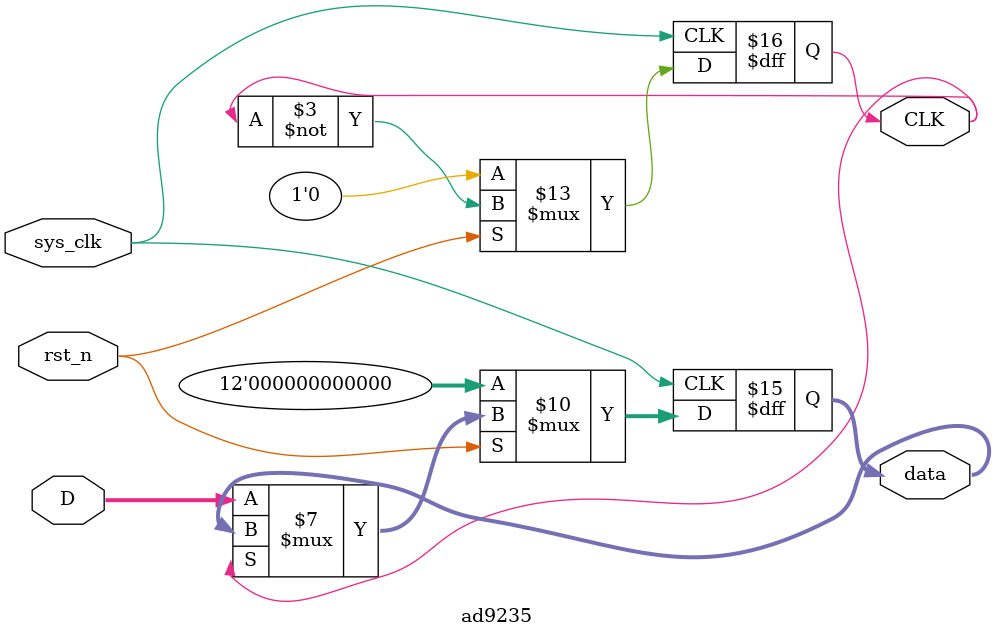
<source format=sv>
`timescale 1ns / 1ps

module ad9235(
    input wire sys_clk,
    input wire rst_n,
    output reg CLK,
    input wire [11:0]D,
    output reg [11:0]data
    );
    always@(posedge sys_clk) begin
        if(!rst_n) CLK<=0;
        else CLK<=~CLK;
    end
    
    always@(posedge sys_clk) begin
    if(!rst_n) data<=0;
    else if(~CLK) begin
        data<=D;
        end
    end

endmodule

</source>
